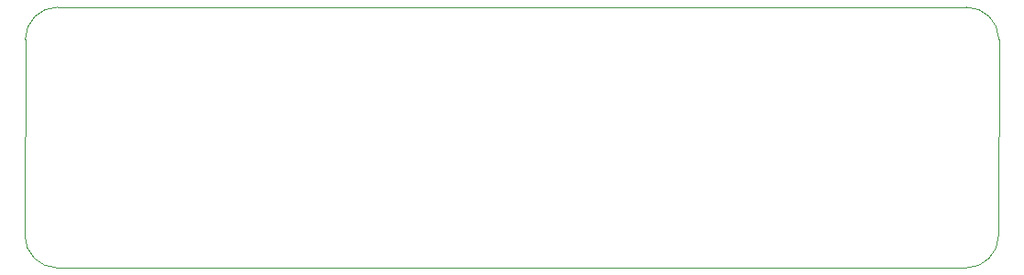
<source format=gm1>
G04 #@! TF.GenerationSoftware,KiCad,Pcbnew,6.0.11-2627ca5db0~126~ubuntu22.04.1*
G04 #@! TF.CreationDate,2023-06-25T15:36:21+01:00*
G04 #@! TF.ProjectId,top_panel,746f705f-7061-46e6-956c-2e6b69636164,rev?*
G04 #@! TF.SameCoordinates,Original*
G04 #@! TF.FileFunction,Profile,NP*
%FSLAX46Y46*%
G04 Gerber Fmt 4.6, Leading zero omitted, Abs format (unit mm)*
G04 Created by KiCad (PCBNEW 6.0.11-2627ca5db0~126~ubuntu22.04.1) date 2023-06-25 15:36:21*
%MOMM*%
%LPD*%
G01*
G04 APERTURE LIST*
G04 #@! TA.AperFunction,Profile*
%ADD10C,0.100000*%
G04 #@! TD*
G04 APERTURE END LIST*
D10*
X99970000Y-70870000D02*
X99940000Y-89040000D01*
X102970000Y-67870000D02*
G75*
G03*
X99970000Y-70870000I0J-3000000D01*
G01*
X99940000Y-89040000D02*
G75*
G03*
X102940000Y-92040000I3000000J0D01*
G01*
X186940000Y-92040000D02*
X102940000Y-92040000D01*
X102970000Y-67870000D02*
X186970000Y-67870000D01*
X189970000Y-70870000D02*
G75*
G03*
X186970000Y-67870000I-3000000J0D01*
G01*
X186940000Y-92040000D02*
G75*
G03*
X189940000Y-89040000I0J3000000D01*
G01*
X189940000Y-89040000D02*
X189970000Y-70870000D01*
M02*

</source>
